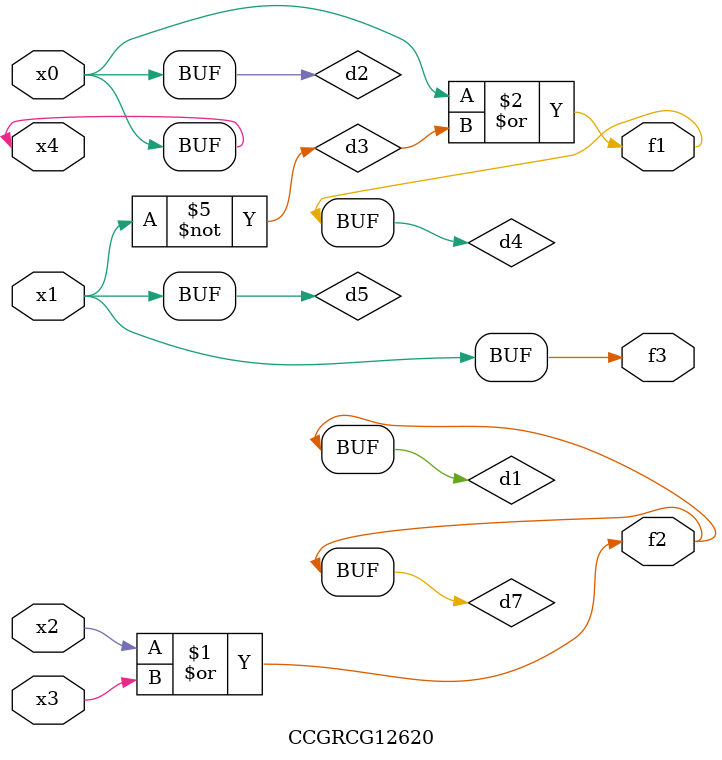
<source format=v>
module CCGRCG12620(
	input x0, x1, x2, x3, x4,
	output f1, f2, f3
);

	wire d1, d2, d3, d4, d5, d6, d7;

	or (d1, x2, x3);
	buf (d2, x0, x4);
	not (d3, x1);
	or (d4, d2, d3);
	not (d5, d3);
	nand (d6, d1, d3);
	or (d7, d1);
	assign f1 = d4;
	assign f2 = d7;
	assign f3 = d5;
endmodule

</source>
